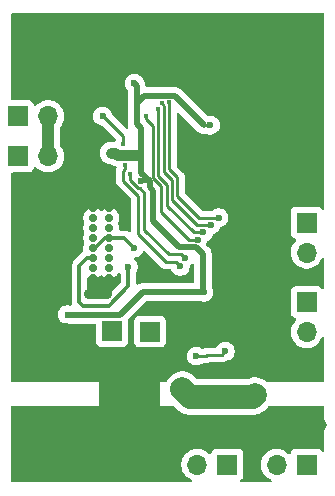
<source format=gbr>
%TF.GenerationSoftware,KiCad,Pcbnew,9.0.0*%
%TF.CreationDate,2025-09-05T21:38:02-05:00*%
%TF.ProjectId,RIOT_Receiver_ESP,52494f54-5f52-4656-9365-697665725f45,rev?*%
%TF.SameCoordinates,Original*%
%TF.FileFunction,Copper,L2,Bot*%
%TF.FilePolarity,Positive*%
%FSLAX46Y46*%
G04 Gerber Fmt 4.6, Leading zero omitted, Abs format (unit mm)*
G04 Created by KiCad (PCBNEW 9.0.0) date 2025-09-05 21:38:02*
%MOMM*%
%LPD*%
G01*
G04 APERTURE LIST*
%TA.AperFunction,ComponentPad*%
%ADD10R,1.700000X1.700000*%
%TD*%
%TA.AperFunction,ComponentPad*%
%ADD11O,1.700000X1.700000*%
%TD*%
%TA.AperFunction,ComponentPad*%
%ADD12C,0.700000*%
%TD*%
%TA.AperFunction,ComponentPad*%
%ADD13O,2.400000X0.900000*%
%TD*%
%TA.AperFunction,ComponentPad*%
%ADD14O,1.700000X0.900000*%
%TD*%
%TA.AperFunction,ViaPad*%
%ADD15C,0.600000*%
%TD*%
%TA.AperFunction,ViaPad*%
%ADD16C,1.000000*%
%TD*%
%TA.AperFunction,ViaPad*%
%ADD17C,0.400000*%
%TD*%
%TA.AperFunction,ViaPad*%
%ADD18C,2.000000*%
%TD*%
%TA.AperFunction,Conductor*%
%ADD19C,2.000000*%
%TD*%
%TA.AperFunction,Conductor*%
%ADD20C,0.230000*%
%TD*%
%TA.AperFunction,Conductor*%
%ADD21C,0.500000*%
%TD*%
%TA.AperFunction,Conductor*%
%ADD22C,0.900000*%
%TD*%
%TA.AperFunction,Conductor*%
%ADD23C,1.000000*%
%TD*%
%TA.AperFunction,Conductor*%
%ADD24C,0.300000*%
%TD*%
G04 APERTURE END LIST*
D10*
%TO.P,J7,1,Pin_1*%
%TO.N,VUSB*%
X163750000Y-105225000D03*
D11*
%TO.P,J7,2,Pin_2*%
%TO.N,GNDREF*%
X163750000Y-107765000D03*
%TD*%
D10*
%TO.P,J8,1,Pin_1*%
%TO.N,PWM3*%
X152560000Y-90400000D03*
D11*
%TO.P,J8,2,Pin_2*%
%TO.N,+3.3V*%
X155100000Y-90400000D03*
%TO.P,J8,3,Pin_3*%
%TO.N,GNDREF*%
X157640000Y-90400000D03*
%TD*%
D10*
%TO.P,J9,1,Pin_1*%
%TO.N,VUSB*%
X160500000Y-105200000D03*
D11*
%TO.P,J9,2,Pin_2*%
%TO.N,GNDREF*%
X160500000Y-107740000D03*
%TD*%
D12*
%TO.P,J5,A1,GND*%
%TO.N,GNDREF*%
X160275000Y-94775000D03*
%TO.P,J5,A4,VBUS*%
%TO.N,VUSB*%
X160275000Y-95625000D03*
%TO.P,J5,A5,CC1*%
%TO.N,Net-(J5-CC1)*%
X160275000Y-96475000D03*
%TO.P,J5,A6,D+*%
%TO.N,Net-(J5-D+-PadA6)*%
X160275000Y-97325000D03*
%TO.P,J5,A7,D-*%
%TO.N,Net-(J5-D--PadA7)*%
X160275000Y-98175000D03*
%TO.P,J5,A8,SBU1*%
%TO.N,unconnected-(J5-SBU1-PadA8)*%
X160275000Y-99025000D03*
%TO.P,J5,A9,VBUS*%
%TO.N,VUSB*%
X160275000Y-99875000D03*
%TO.P,J5,A12,GND*%
%TO.N,GNDREF*%
X160275000Y-100725000D03*
%TO.P,J5,B1,GND*%
X158925000Y-100725000D03*
%TO.P,J5,B4,VBUS*%
%TO.N,VUSB*%
X158925000Y-99875000D03*
%TO.P,J5,B5,CC2*%
%TO.N,Net-(J5-CC2)*%
X158925000Y-99025000D03*
%TO.P,J5,B6,D+*%
%TO.N,Net-(J5-D+-PadA6)*%
X158925000Y-98175000D03*
%TO.P,J5,B7,D-*%
%TO.N,Net-(J5-D--PadA7)*%
X158925000Y-97325000D03*
%TO.P,J5,B8,SBU2*%
%TO.N,unconnected-(J5-SBU2-PadB8)*%
X158925000Y-96475000D03*
%TO.P,J5,B9,VBUS*%
%TO.N,VUSB*%
X158925000Y-95625000D03*
%TO.P,J5,B12,GND*%
%TO.N,GNDREF*%
X158925000Y-94775000D03*
D13*
%TO.P,J5,S1,SHIELD*%
X159295000Y-93425000D03*
D14*
X155915000Y-93425000D03*
D13*
X159295000Y-102075000D03*
D14*
X155915000Y-102075000D03*
%TD*%
D10*
%TO.P,J1,1,Pin_1*%
%TO.N,Net-(J1-Pin_1)*%
X177000000Y-116500000D03*
D11*
%TO.P,J1,2,Pin_2*%
%TO.N,Net-(J1-Pin_2)*%
X174460000Y-116500000D03*
%TD*%
D10*
%TO.P,J6,1,Pin_1*%
%TO.N,PWM1*%
X177000000Y-96000000D03*
D11*
%TO.P,J6,2,Pin_2*%
%TO.N,PWM2*%
X177000000Y-98540000D03*
%TD*%
D10*
%TO.P,J10,1,Pin_1*%
%TO.N,PWM4*%
X152575000Y-87000000D03*
D11*
%TO.P,J10,2,Pin_2*%
%TO.N,+3.3V*%
X155115000Y-87000000D03*
%TO.P,J10,3,Pin_3*%
%TO.N,GNDREF*%
X157655000Y-87000000D03*
%TD*%
D10*
%TO.P,J4,1,Pin_1*%
%TO.N,PWM5*%
X177000000Y-102725000D03*
D11*
%TO.P,J4,2,Pin_2*%
%TO.N,PWM6*%
X177000000Y-105265000D03*
%TD*%
D10*
%TO.P,J2,1,Pin_1*%
%TO.N,Net-(J2-Pin_1)*%
X170275000Y-116500000D03*
D11*
%TO.P,J2,2,Pin_2*%
%TO.N,Net-(J2-Pin_2)*%
X167735000Y-116500000D03*
%TD*%
D15*
%TO.N,GNDREF*%
X160400000Y-112000000D03*
X174000000Y-94500000D03*
X160200000Y-116600000D03*
X154600000Y-113000000D03*
X169000000Y-81850000D03*
X171100000Y-97900000D03*
X174600000Y-103600000D03*
D16*
X172100000Y-115000000D03*
D15*
X172000000Y-94000000D03*
X171350000Y-86450000D03*
X162000000Y-114200000D03*
X166500000Y-103750000D03*
X176880000Y-88770000D03*
X177300000Y-108200000D03*
X160800000Y-114600000D03*
X171250000Y-85350000D03*
X160400000Y-113800000D03*
X155400000Y-115400000D03*
X175100145Y-84579897D03*
X152250000Y-105500000D03*
X153800000Y-112200000D03*
X178000000Y-85150000D03*
X177350000Y-84450000D03*
X173400000Y-91050000D03*
X160500000Y-93450000D03*
X163600000Y-100600000D03*
X177500000Y-93500000D03*
X153800000Y-114000000D03*
X166500000Y-89500000D03*
X155200000Y-112000000D03*
X177305682Y-85795193D03*
X155600000Y-105600000D03*
X167800000Y-79800000D03*
X165000000Y-117400000D03*
X152500000Y-103250000D03*
X163600000Y-117100000D03*
X172400000Y-108800000D03*
X154200000Y-115800000D03*
X177200000Y-109000000D03*
X161850000Y-116200000D03*
X157400000Y-115200000D03*
X160800000Y-115400000D03*
X171800000Y-99200000D03*
X162550000Y-117500000D03*
X173200000Y-84500000D03*
X164750000Y-103000000D03*
X163800000Y-114400000D03*
X157000000Y-113800000D03*
X171000000Y-100700000D03*
X174350000Y-83900000D03*
X171400000Y-103200000D03*
X173000000Y-101000000D03*
X170900000Y-108800000D03*
X176300000Y-108200000D03*
X157800000Y-113400000D03*
X155000000Y-113600000D03*
D16*
X171900000Y-113000000D03*
X178200000Y-113100000D03*
D15*
X170200000Y-108400000D03*
X170700000Y-78900000D03*
X174500000Y-100200000D03*
X156200000Y-114600000D03*
X173200000Y-99800000D03*
X162750000Y-116500000D03*
X176300000Y-109000000D03*
X178090000Y-107490000D03*
X176960000Y-89910000D03*
X178000000Y-92500000D03*
X155600000Y-104800000D03*
X177400000Y-87150000D03*
X169800000Y-87000000D03*
X156632500Y-104800000D03*
X164800000Y-115200000D03*
X164450000Y-116300000D03*
X171400000Y-84550000D03*
X178000000Y-90000000D03*
X164200000Y-113400000D03*
X174500000Y-101200000D03*
X176670000Y-93660000D03*
X166500000Y-90500000D03*
X170600000Y-79800000D03*
X158400000Y-114400000D03*
X165750000Y-103000000D03*
X173000000Y-104500000D03*
X172000000Y-93000000D03*
X173700000Y-104000000D03*
X154600000Y-114600000D03*
X161500000Y-94050000D03*
X178040860Y-86455353D03*
X176250000Y-84300000D03*
X168700000Y-83300000D03*
X178100000Y-109000000D03*
X173000000Y-95000000D03*
X176700000Y-91170000D03*
X172400000Y-103500000D03*
X172500000Y-83650000D03*
X170400000Y-86200000D03*
X174400000Y-85500000D03*
X156800000Y-115800000D03*
X174300000Y-104900000D03*
X157800000Y-112000000D03*
X156400000Y-112200000D03*
X154600000Y-105600000D03*
X175850000Y-85400000D03*
X170400000Y-99000000D03*
X161600000Y-117400000D03*
X178000000Y-91500000D03*
X154862500Y-104600000D03*
X164600000Y-100600000D03*
X156000000Y-113400000D03*
X176500000Y-87500000D03*
%TO.N,PWM6*%
X168888009Y-96215000D03*
D17*
X164778274Y-85902780D03*
%TO.N,PWM5*%
X165373424Y-85826624D03*
D15*
X169535000Y-95600000D03*
%TO.N,LED3*%
X159715129Y-86984871D03*
D17*
X161450000Y-89315000D03*
D15*
%TO.N,MOT2*%
X167758459Y-97453321D03*
D17*
X163432396Y-86952604D03*
D15*
%TO.N,+3.3V*%
X167650000Y-107300000D03*
X168850000Y-87750000D03*
X156750000Y-103800000D03*
X170100000Y-106900000D03*
X162400000Y-84200000D03*
X160417500Y-90100000D03*
X163000000Y-92500000D03*
X168300000Y-101900000D03*
%TO.N,MOT1*%
X168259932Y-96830000D03*
D17*
X164396049Y-86365281D03*
D15*
%TO.N,MOT4*%
X166657772Y-98984456D03*
D17*
X162000000Y-91871681D03*
%TO.N,MOT3*%
X161635820Y-91115000D03*
D15*
X166300000Y-99700000D03*
D18*
%TO.N,VUSB*%
X172600000Y-110600000D03*
X166477468Y-110107056D03*
D15*
%TO.N,Net-(J5-CC2)*%
X161902500Y-99750000D03*
%TO.N,Net-(J5-D+-PadA6)*%
X162375000Y-98125000D03*
%TD*%
D19*
%TO.N,GNDREF*%
X162200000Y-111800000D02*
X161800000Y-112200000D01*
X162200000Y-108600000D02*
X162200000Y-111800000D01*
X163600000Y-111600000D02*
X163000000Y-112200000D01*
X162200000Y-108600000D02*
X163600000Y-108600000D01*
X160600000Y-112200000D02*
X160400000Y-112000000D01*
X163000000Y-112200000D02*
X160600000Y-112200000D01*
X160400000Y-108600000D02*
X162200000Y-108600000D01*
X163600000Y-108600000D02*
X163600000Y-111600000D01*
X160400000Y-108600000D02*
X160400000Y-112000000D01*
D20*
%TO.N,PWM6*%
X164858424Y-86039944D02*
X164858424Y-85982930D01*
X167715000Y-96215000D02*
X165630000Y-94130000D01*
X164943424Y-91743424D02*
X164943424Y-86124944D01*
X165630000Y-92430000D02*
X164943424Y-91743424D01*
X164943424Y-86124944D02*
X164858424Y-86039944D01*
X164858424Y-85982930D02*
X164778274Y-85902780D01*
X165630000Y-94130000D02*
X165630000Y-92430000D01*
X168888009Y-96215000D02*
X167715000Y-96215000D01*
%TO.N,PWM5*%
X166060000Y-92160000D02*
X165373424Y-91473424D01*
X166060000Y-93760000D02*
X166060000Y-92160000D01*
X167900000Y-95600000D02*
X166060000Y-93760000D01*
X165373424Y-91473424D02*
X165373424Y-85826624D01*
X169535000Y-95600000D02*
X167900000Y-95600000D01*
%TO.N,LED3*%
X161450000Y-88650000D02*
X159784871Y-86984871D01*
X159784871Y-86984871D02*
X159715129Y-86984871D01*
X161450000Y-89315000D02*
X161450000Y-88650000D01*
%TO.N,MOT2*%
X167053321Y-97453321D02*
X167758459Y-97453321D01*
X164673194Y-92865082D02*
X164673194Y-95073194D01*
X164000000Y-92191888D02*
X164673194Y-92865082D01*
X163432396Y-87232396D02*
X164000000Y-87800000D01*
X164000000Y-87800000D02*
X164000000Y-92191888D01*
X164673194Y-95073194D02*
X167053321Y-97453321D01*
X163432396Y-86952604D02*
X163432396Y-87232396D01*
D21*
%TO.N,+3.3V*%
X162600000Y-85252500D02*
X162600000Y-84400000D01*
X162600000Y-87630000D02*
X162985000Y-88015000D01*
D20*
X163000000Y-92500000D02*
X163700000Y-92500000D01*
X168600000Y-107200000D02*
X168500000Y-107300000D01*
D21*
X166169321Y-98069321D02*
X164000000Y-95900000D01*
X162600000Y-85252500D02*
X162600000Y-87630000D01*
D20*
X168500000Y-107300000D02*
X167650000Y-107300000D01*
X169800000Y-107200000D02*
X168600000Y-107200000D01*
D22*
X160965000Y-90265000D02*
X160800000Y-90100000D01*
D21*
X162985000Y-88015000D02*
X162985000Y-90000000D01*
D22*
X160800000Y-90100000D02*
X160417500Y-90100000D01*
D21*
X164000000Y-93300000D02*
X163700000Y-93000000D01*
X162600000Y-84400000D02*
X162400000Y-84200000D01*
X168300000Y-87750000D02*
X165861624Y-85311624D01*
D22*
X160965000Y-90265000D02*
X162720000Y-90265000D01*
D23*
X155115000Y-87000000D02*
X155115000Y-90385000D01*
D20*
X168850000Y-87750000D02*
X168300000Y-87750000D01*
D21*
X168200000Y-101800000D02*
X168200000Y-98669321D01*
D23*
X155115000Y-90385000D02*
X155100000Y-90400000D01*
D20*
X170100000Y-106900000D02*
X169800000Y-107200000D01*
D21*
X163700000Y-93000000D02*
X163700000Y-92500000D01*
X163100000Y-101900000D02*
X168300000Y-101900000D01*
X163188376Y-85311624D02*
X162600000Y-85900000D01*
X162985000Y-91785000D02*
X163700000Y-92500000D01*
X167600000Y-98069321D02*
X166169321Y-98069321D01*
X168200000Y-98669321D02*
X167600000Y-98069321D01*
D20*
X168300000Y-101900000D02*
X168200000Y-101800000D01*
D21*
X156750000Y-103800000D02*
X161200000Y-103800000D01*
X162720000Y-90265000D02*
X162985000Y-90000000D01*
X162985000Y-90000000D02*
X162985000Y-91785000D01*
X161200000Y-103800000D02*
X163100000Y-101900000D01*
X164000000Y-95900000D02*
X164000000Y-93300000D01*
X165861624Y-85311624D02*
X163188376Y-85311624D01*
D20*
%TO.N,MOT1*%
X167430000Y-96830000D02*
X165200000Y-94600000D01*
X164450000Y-86419232D02*
X164396049Y-86365281D01*
X165200000Y-94600000D02*
X165200000Y-92783776D01*
X165200000Y-92783776D02*
X164450000Y-92033776D01*
X164450000Y-92033776D02*
X164450000Y-86419232D01*
X168259932Y-96830000D02*
X167430000Y-96830000D01*
%TO.N,MOT4*%
X162745258Y-93115000D02*
X162865000Y-93115000D01*
X163250000Y-93500000D02*
X163250000Y-96619743D01*
X163250000Y-96619743D02*
X165314578Y-98684321D01*
X162000000Y-92369742D02*
X162745258Y-93115000D01*
X162000000Y-91871681D02*
X162000000Y-92369742D01*
X165314578Y-98684321D02*
X166357637Y-98684321D01*
X166357637Y-98684321D02*
X166657772Y-98984456D01*
X162865000Y-93115000D02*
X163250000Y-93500000D01*
%TO.N,MOT3*%
X161635820Y-91115000D02*
X161635820Y-91450860D01*
X162750000Y-96989484D02*
X165059837Y-99299321D01*
X161635820Y-91450860D02*
X161485000Y-91601680D01*
X161485000Y-91601680D02*
X161485000Y-92462854D01*
X165059837Y-99299321D02*
X165899321Y-99299321D01*
X161485000Y-92462854D02*
X162750000Y-93727854D01*
X165899321Y-99299321D02*
X166300000Y-99700000D01*
X162750000Y-93727854D02*
X162750000Y-96989484D01*
D19*
%TO.N,VUSB*%
X167154936Y-110784524D02*
X172415476Y-110784524D01*
X166477468Y-110107056D02*
X167154936Y-110784524D01*
D23*
X172415476Y-110784524D02*
X172600000Y-110600000D01*
D24*
%TO.N,Net-(J5-CC2)*%
X157750000Y-99705026D02*
X157750000Y-100250000D01*
X157744000Y-100256000D02*
X157744000Y-102744000D01*
X157750000Y-100250000D02*
X157744000Y-100256000D01*
X157744000Y-102744000D02*
X158025000Y-103025000D01*
X161902500Y-101350285D02*
X161902500Y-99750000D01*
X158925000Y-99025000D02*
X158430026Y-99025000D01*
X160227785Y-103025000D02*
X161902500Y-101350285D01*
X158025000Y-103025000D02*
X160227785Y-103025000D01*
X158430026Y-99025000D02*
X157750000Y-99705026D01*
%TO.N,Net-(J5-D+-PadA6)*%
X160275000Y-97325000D02*
X159925000Y-97325000D01*
X159925000Y-97325000D02*
X159075000Y-98175000D01*
X161575000Y-97325000D02*
X162375000Y-98125000D01*
X160275000Y-97325000D02*
X161575000Y-97325000D01*
X159075000Y-98175000D02*
X158925000Y-98175000D01*
X162375000Y-98125000D02*
X162500000Y-98250000D01*
%TD*%
%TA.AperFunction,Conductor*%
%TO.N,GNDREF*%
G36*
X161210862Y-100260199D02*
G01*
X161247582Y-100319642D01*
X161252000Y-100352448D01*
X161252000Y-101029477D01*
X161232315Y-101096516D01*
X161215681Y-101117158D01*
X159994658Y-102338181D01*
X159933335Y-102371666D01*
X159906977Y-102374500D01*
X158518500Y-102374500D01*
X158451461Y-102354815D01*
X158405706Y-102302011D01*
X158394500Y-102250500D01*
X158394500Y-100761413D01*
X158414185Y-100694374D01*
X158466989Y-100648619D01*
X158536147Y-100638675D01*
X158565950Y-100646851D01*
X158676918Y-100692816D01*
X158841228Y-100725499D01*
X158841232Y-100725500D01*
X158841233Y-100725500D01*
X159008768Y-100725500D01*
X159008769Y-100725499D01*
X159173082Y-100692816D01*
X159327863Y-100628703D01*
X159467162Y-100535626D01*
X159512318Y-100490470D01*
X159573641Y-100456984D01*
X159643332Y-100461968D01*
X159687682Y-100490470D01*
X159732834Y-100535623D01*
X159732837Y-100535626D01*
X159825494Y-100597537D01*
X159872137Y-100628703D01*
X160026918Y-100692816D01*
X160191228Y-100725499D01*
X160191232Y-100725500D01*
X160191233Y-100725500D01*
X160358768Y-100725500D01*
X160358769Y-100725499D01*
X160523082Y-100692816D01*
X160677863Y-100628703D01*
X160817162Y-100535626D01*
X160935626Y-100417162D01*
X161024898Y-100283556D01*
X161078510Y-100238752D01*
X161147835Y-100230045D01*
X161210862Y-100260199D01*
G37*
%TD.AperFunction*%
%TA.AperFunction,Conductor*%
G36*
X163292158Y-98407538D02*
G01*
X163316566Y-98426499D01*
X164660287Y-99770221D01*
X164660289Y-99770222D01*
X164667478Y-99777411D01*
X164768289Y-99844771D01*
X164833905Y-99871949D01*
X164880302Y-99891168D01*
X164892607Y-99893615D01*
X164939705Y-99902984D01*
X164939732Y-99902988D01*
X164939759Y-99902994D01*
X164999215Y-99914821D01*
X164999216Y-99914821D01*
X165439673Y-99914821D01*
X165506712Y-99934506D01*
X165552467Y-99987310D01*
X165554234Y-99991369D01*
X165590602Y-100079172D01*
X165590609Y-100079185D01*
X165678210Y-100210288D01*
X165678213Y-100210292D01*
X165789707Y-100321786D01*
X165789711Y-100321789D01*
X165920814Y-100409390D01*
X165920827Y-100409397D01*
X166035714Y-100456984D01*
X166066503Y-100469737D01*
X166221153Y-100500499D01*
X166221156Y-100500500D01*
X166221158Y-100500500D01*
X166378844Y-100500500D01*
X166378845Y-100500499D01*
X166533497Y-100469737D01*
X166679179Y-100409394D01*
X166810289Y-100321789D01*
X166921789Y-100210289D01*
X167009394Y-100079179D01*
X167069737Y-99933497D01*
X167100500Y-99778842D01*
X167100500Y-99717666D01*
X167120185Y-99650627D01*
X167140264Y-99626670D01*
X167147454Y-99620013D01*
X167168061Y-99606245D01*
X167239500Y-99534805D01*
X167241264Y-99533173D01*
X167270498Y-99518643D01*
X167299142Y-99503003D01*
X167301613Y-99503179D01*
X167303832Y-99502077D01*
X167336271Y-99505658D01*
X167368834Y-99507987D01*
X167370817Y-99509472D01*
X167373280Y-99509744D01*
X167398641Y-99530300D01*
X167424767Y-99549859D01*
X167425632Y-99552179D01*
X167427558Y-99553740D01*
X167437779Y-99584746D01*
X167449184Y-99615323D01*
X167449345Y-99619830D01*
X167449433Y-99620097D01*
X167449364Y-99620363D01*
X167449500Y-99624169D01*
X167449500Y-101025500D01*
X167429815Y-101092539D01*
X167377011Y-101138294D01*
X167325500Y-101149500D01*
X163026080Y-101149500D01*
X162881092Y-101178340D01*
X162881082Y-101178343D01*
X162744506Y-101234914D01*
X162739135Y-101237786D01*
X162738367Y-101236349D01*
X162679192Y-101254868D01*
X162611815Y-101236371D01*
X162565134Y-101184385D01*
X162553000Y-101130887D01*
X162553000Y-100254935D01*
X162572685Y-100187896D01*
X162573866Y-100186090D01*
X162611894Y-100129179D01*
X162614420Y-100123082D01*
X162632602Y-100079185D01*
X162672237Y-99983497D01*
X162703000Y-99828842D01*
X162703000Y-99671158D01*
X162703000Y-99671155D01*
X162702999Y-99671153D01*
X162674981Y-99530300D01*
X162672237Y-99516503D01*
X162644691Y-99450000D01*
X162611897Y-99370827D01*
X162611890Y-99370814D01*
X162524289Y-99239711D01*
X162524286Y-99239707D01*
X162414562Y-99129983D01*
X162410251Y-99122089D01*
X162403047Y-99116707D01*
X162393767Y-99091901D01*
X162381077Y-99068660D01*
X162381718Y-99059690D01*
X162378567Y-99051266D01*
X162384172Y-99025381D01*
X162386061Y-98998968D01*
X162391450Y-98991768D01*
X162393354Y-98982979D01*
X162412062Y-98964234D01*
X162427933Y-98943035D01*
X162437662Y-98938585D01*
X162442712Y-98933527D01*
X162472002Y-98922883D01*
X162475769Y-98921161D01*
X162476919Y-98920909D01*
X162608497Y-98894737D01*
X162621689Y-98889271D01*
X162632473Y-98886915D01*
X162633052Y-98886955D01*
X162634756Y-98886439D01*
X162663968Y-98880627D01*
X162689744Y-98875501D01*
X162808127Y-98826465D01*
X162914670Y-98755277D01*
X163005277Y-98664670D01*
X163076465Y-98558127D01*
X163114324Y-98466728D01*
X163158165Y-98412324D01*
X163224459Y-98390259D01*
X163292158Y-98407538D01*
G37*
%TD.AperFunction*%
%TA.AperFunction,Conductor*%
G36*
X178442539Y-78280185D02*
G01*
X178488294Y-78332989D01*
X178499500Y-78384500D01*
X178499500Y-94809897D01*
X178479815Y-94876936D01*
X178427011Y-94922691D01*
X178357853Y-94932635D01*
X178294297Y-94903610D01*
X178276234Y-94884208D01*
X178207547Y-94792455D01*
X178207544Y-94792452D01*
X178092335Y-94706206D01*
X178092328Y-94706202D01*
X177957482Y-94655908D01*
X177957483Y-94655908D01*
X177897883Y-94649501D01*
X177897881Y-94649500D01*
X177897873Y-94649500D01*
X177897864Y-94649500D01*
X176102129Y-94649500D01*
X176102123Y-94649501D01*
X176042516Y-94655908D01*
X175907671Y-94706202D01*
X175907664Y-94706206D01*
X175792455Y-94792452D01*
X175792452Y-94792455D01*
X175706206Y-94907664D01*
X175706202Y-94907671D01*
X175655908Y-95042517D01*
X175649501Y-95102116D01*
X175649500Y-95102135D01*
X175649500Y-96897870D01*
X175649501Y-96897876D01*
X175655908Y-96957483D01*
X175706202Y-97092328D01*
X175706206Y-97092335D01*
X175792452Y-97207544D01*
X175792455Y-97207547D01*
X175907664Y-97293793D01*
X175907671Y-97293797D01*
X176039082Y-97342810D01*
X176095016Y-97384681D01*
X176119433Y-97450145D01*
X176104582Y-97518418D01*
X176083431Y-97546673D01*
X175969889Y-97660215D01*
X175844951Y-97832179D01*
X175748444Y-98021585D01*
X175682753Y-98223760D01*
X175649500Y-98433713D01*
X175649500Y-98646286D01*
X175678037Y-98826465D01*
X175682754Y-98856243D01*
X175742658Y-99040609D01*
X175748444Y-99058414D01*
X175844951Y-99247820D01*
X175969890Y-99419786D01*
X176120213Y-99570109D01*
X176292179Y-99695048D01*
X176292181Y-99695049D01*
X176292184Y-99695051D01*
X176481588Y-99791557D01*
X176683757Y-99857246D01*
X176893713Y-99890500D01*
X176893714Y-99890500D01*
X177106286Y-99890500D01*
X177106287Y-99890500D01*
X177316243Y-99857246D01*
X177518412Y-99791557D01*
X177707816Y-99695051D01*
X177801935Y-99626670D01*
X177879786Y-99570109D01*
X177879788Y-99570106D01*
X177879792Y-99570104D01*
X178030104Y-99419792D01*
X178030106Y-99419788D01*
X178030109Y-99419786D01*
X178155048Y-99247820D01*
X178155047Y-99247820D01*
X178155051Y-99247816D01*
X178251557Y-99058412D01*
X178257569Y-99039907D01*
X178297006Y-98982232D01*
X178361365Y-98955034D01*
X178430211Y-98966949D01*
X178481687Y-99014193D01*
X178499500Y-99078226D01*
X178499500Y-101534897D01*
X178479815Y-101601936D01*
X178427011Y-101647691D01*
X178357853Y-101657635D01*
X178294297Y-101628610D01*
X178276234Y-101609208D01*
X178207547Y-101517455D01*
X178207544Y-101517452D01*
X178092335Y-101431206D01*
X178092328Y-101431202D01*
X177957482Y-101380908D01*
X177957483Y-101380908D01*
X177897883Y-101374501D01*
X177897881Y-101374500D01*
X177897873Y-101374500D01*
X177897864Y-101374500D01*
X176102129Y-101374500D01*
X176102123Y-101374501D01*
X176042516Y-101380908D01*
X175907671Y-101431202D01*
X175907664Y-101431206D01*
X175792455Y-101517452D01*
X175792452Y-101517455D01*
X175706206Y-101632664D01*
X175706202Y-101632671D01*
X175655908Y-101767517D01*
X175649501Y-101827116D01*
X175649500Y-101827132D01*
X175649500Y-103622870D01*
X175649501Y-103622876D01*
X175655908Y-103682483D01*
X175706202Y-103817328D01*
X175706206Y-103817335D01*
X175792452Y-103932544D01*
X175792455Y-103932547D01*
X175907664Y-104018793D01*
X175907671Y-104018797D01*
X176039082Y-104067810D01*
X176095016Y-104109681D01*
X176119433Y-104175145D01*
X176104582Y-104243418D01*
X176083431Y-104271673D01*
X175969889Y-104385215D01*
X175844951Y-104557179D01*
X175748444Y-104746585D01*
X175682753Y-104948760D01*
X175649500Y-105158713D01*
X175649500Y-105371287D01*
X175682754Y-105581243D01*
X175734075Y-105739193D01*
X175748444Y-105783414D01*
X175844951Y-105972820D01*
X175969890Y-106144786D01*
X176120213Y-106295109D01*
X176292179Y-106420048D01*
X176292181Y-106420049D01*
X176292184Y-106420051D01*
X176481588Y-106516557D01*
X176683757Y-106582246D01*
X176893713Y-106615500D01*
X176893714Y-106615500D01*
X177106286Y-106615500D01*
X177106287Y-106615500D01*
X177316243Y-106582246D01*
X177518412Y-106516557D01*
X177707816Y-106420051D01*
X177749581Y-106389707D01*
X177879786Y-106295109D01*
X177879788Y-106295106D01*
X177879792Y-106295104D01*
X178030104Y-106144792D01*
X178030106Y-106144788D01*
X178030109Y-106144786D01*
X178155048Y-105972820D01*
X178155047Y-105972820D01*
X178155051Y-105972816D01*
X178251557Y-105783412D01*
X178257569Y-105764907D01*
X178297006Y-105707232D01*
X178361365Y-105680034D01*
X178430211Y-105691949D01*
X178481687Y-105739193D01*
X178499500Y-105803226D01*
X178499500Y-109395535D01*
X178479815Y-109462574D01*
X178427011Y-109508329D01*
X178375364Y-109519535D01*
X173687656Y-109514403D01*
X173620638Y-109494645D01*
X173600111Y-109478084D01*
X173577512Y-109455485D01*
X173577510Y-109455483D01*
X173386433Y-109316657D01*
X173175996Y-109209433D01*
X172951368Y-109136446D01*
X172718097Y-109099500D01*
X172718092Y-109099500D01*
X172481908Y-109099500D01*
X172481903Y-109099500D01*
X172248631Y-109136446D01*
X172024003Y-109209433D01*
X171904138Y-109270509D01*
X171847843Y-109284024D01*
X167827825Y-109284024D01*
X167760786Y-109264339D01*
X167740144Y-109247705D01*
X167454979Y-108962540D01*
X167263902Y-108823713D01*
X167053464Y-108716489D01*
X166828836Y-108643502D01*
X166595565Y-108606556D01*
X166595560Y-108606556D01*
X166359376Y-108606556D01*
X166359371Y-108606556D01*
X166126099Y-108643502D01*
X165901471Y-108716489D01*
X165691033Y-108823713D01*
X165499956Y-108962540D01*
X165332952Y-109129544D01*
X165194123Y-109320624D01*
X165134716Y-109437215D01*
X165086741Y-109488010D01*
X165024096Y-109504919D01*
X152094364Y-109490766D01*
X152027346Y-109471008D01*
X151981649Y-109418154D01*
X151970500Y-109366766D01*
X151970500Y-107221153D01*
X166849500Y-107221153D01*
X166849500Y-107378846D01*
X166880261Y-107533489D01*
X166880264Y-107533501D01*
X166940602Y-107679172D01*
X166940609Y-107679185D01*
X167028210Y-107810288D01*
X167028213Y-107810292D01*
X167139707Y-107921786D01*
X167139711Y-107921789D01*
X167270814Y-108009390D01*
X167270827Y-108009397D01*
X167416498Y-108069735D01*
X167416503Y-108069737D01*
X167571153Y-108100499D01*
X167571156Y-108100500D01*
X167571158Y-108100500D01*
X167728844Y-108100500D01*
X167728845Y-108100499D01*
X167883497Y-108069737D01*
X168029179Y-108009394D01*
X168029185Y-108009390D01*
X168138426Y-107936398D01*
X168205104Y-107915520D01*
X168207317Y-107915500D01*
X168560622Y-107915500D01*
X168620078Y-107903673D01*
X168679535Y-107891847D01*
X168791549Y-107845449D01*
X168817090Y-107828382D01*
X168830604Y-107823336D01*
X168851642Y-107821822D01*
X168871770Y-107815520D01*
X168873986Y-107815500D01*
X169860622Y-107815500D01*
X169920078Y-107803673D01*
X169920079Y-107803673D01*
X169935044Y-107800696D01*
X169979535Y-107791847D01*
X170091549Y-107745449D01*
X170129825Y-107719873D01*
X170174524Y-107701359D01*
X170178842Y-107700500D01*
X170333497Y-107669737D01*
X170479179Y-107609394D01*
X170610289Y-107521789D01*
X170721789Y-107410289D01*
X170809394Y-107279179D01*
X170869737Y-107133497D01*
X170900500Y-106978842D01*
X170900500Y-106821158D01*
X170900500Y-106821155D01*
X170900499Y-106821153D01*
X170873203Y-106683929D01*
X170869737Y-106666503D01*
X170832043Y-106575500D01*
X170809397Y-106520827D01*
X170809390Y-106520814D01*
X170721789Y-106389711D01*
X170721786Y-106389707D01*
X170610292Y-106278213D01*
X170610288Y-106278210D01*
X170479185Y-106190609D01*
X170479172Y-106190602D01*
X170333501Y-106130264D01*
X170333489Y-106130261D01*
X170178845Y-106099500D01*
X170178842Y-106099500D01*
X170021158Y-106099500D01*
X170021155Y-106099500D01*
X169866510Y-106130261D01*
X169866498Y-106130264D01*
X169720827Y-106190602D01*
X169720814Y-106190609D01*
X169589711Y-106278210D01*
X169589707Y-106278213D01*
X169478213Y-106389707D01*
X169478210Y-106389711D01*
X169387221Y-106525886D01*
X169385753Y-106524905D01*
X169342653Y-106568791D01*
X169282246Y-106584500D01*
X168539374Y-106584500D01*
X168420472Y-106608151D01*
X168420464Y-106608153D01*
X168308452Y-106654550D01*
X168308450Y-106654551D01*
X168294903Y-106663603D01*
X168276858Y-106669252D01*
X168260949Y-106679477D01*
X168229984Y-106683929D01*
X168228225Y-106684480D01*
X168226014Y-106684500D01*
X168207317Y-106684500D01*
X168140278Y-106664815D01*
X168138426Y-106663602D01*
X168029185Y-106590609D01*
X168029172Y-106590602D01*
X167883501Y-106530264D01*
X167883489Y-106530261D01*
X167728845Y-106499500D01*
X167728842Y-106499500D01*
X167571158Y-106499500D01*
X167571155Y-106499500D01*
X167416510Y-106530261D01*
X167416498Y-106530264D01*
X167270827Y-106590602D01*
X167270814Y-106590609D01*
X167139711Y-106678210D01*
X167139707Y-106678213D01*
X167028213Y-106789707D01*
X167028210Y-106789711D01*
X166940609Y-106920814D01*
X166940602Y-106920827D01*
X166880264Y-107066498D01*
X166880261Y-107066510D01*
X166849500Y-107221153D01*
X151970500Y-107221153D01*
X151970500Y-103721153D01*
X155949500Y-103721153D01*
X155949500Y-103878846D01*
X155980261Y-104033489D01*
X155980264Y-104033501D01*
X156040602Y-104179172D01*
X156040609Y-104179185D01*
X156128210Y-104310288D01*
X156128213Y-104310292D01*
X156239707Y-104421786D01*
X156239711Y-104421789D01*
X156370814Y-104509390D01*
X156370827Y-104509397D01*
X156470060Y-104550500D01*
X156516503Y-104569737D01*
X156671153Y-104600499D01*
X156671156Y-104600500D01*
X156671158Y-104600500D01*
X156828844Y-104600500D01*
X156828845Y-104600499D01*
X156905152Y-104585320D01*
X156983488Y-104569739D01*
X156983489Y-104569738D01*
X156983497Y-104569737D01*
X157007155Y-104559937D01*
X157054604Y-104550500D01*
X159025500Y-104550500D01*
X159092539Y-104570185D01*
X159138294Y-104622989D01*
X159149500Y-104674500D01*
X159149500Y-106097870D01*
X159149501Y-106097876D01*
X159155908Y-106157483D01*
X159206202Y-106292328D01*
X159206206Y-106292335D01*
X159292452Y-106407544D01*
X159292455Y-106407547D01*
X159407664Y-106493793D01*
X159407671Y-106493797D01*
X159542517Y-106544091D01*
X159542516Y-106544091D01*
X159549444Y-106544835D01*
X159602127Y-106550500D01*
X161397872Y-106550499D01*
X161457483Y-106544091D01*
X161592331Y-106493796D01*
X161707546Y-106407546D01*
X161793796Y-106292331D01*
X161844091Y-106157483D01*
X161850500Y-106097873D01*
X161850499Y-104327135D01*
X162399500Y-104327135D01*
X162399500Y-106122870D01*
X162399501Y-106122876D01*
X162405908Y-106182483D01*
X162456202Y-106317328D01*
X162456206Y-106317335D01*
X162542452Y-106432544D01*
X162542455Y-106432547D01*
X162657664Y-106518793D01*
X162657671Y-106518797D01*
X162792517Y-106569091D01*
X162792516Y-106569091D01*
X162799444Y-106569835D01*
X162852127Y-106575500D01*
X164647872Y-106575499D01*
X164707483Y-106569091D01*
X164842331Y-106518796D01*
X164957546Y-106432546D01*
X165043796Y-106317331D01*
X165094091Y-106182483D01*
X165100500Y-106122873D01*
X165100499Y-104327128D01*
X165094091Y-104267517D01*
X165081924Y-104234896D01*
X165043797Y-104132671D01*
X165043793Y-104132664D01*
X164957547Y-104017455D01*
X164957544Y-104017452D01*
X164842335Y-103931206D01*
X164842328Y-103931202D01*
X164707482Y-103880908D01*
X164707483Y-103880908D01*
X164647883Y-103874501D01*
X164647881Y-103874500D01*
X164647873Y-103874500D01*
X164647864Y-103874500D01*
X162852129Y-103874500D01*
X162852123Y-103874501D01*
X162792516Y-103880908D01*
X162657671Y-103931202D01*
X162657664Y-103931206D01*
X162542455Y-104017452D01*
X162542452Y-104017455D01*
X162456206Y-104132664D01*
X162456202Y-104132671D01*
X162405908Y-104267517D01*
X162401310Y-104310288D01*
X162399501Y-104327123D01*
X162399500Y-104327135D01*
X161850499Y-104327135D01*
X161850499Y-104302128D01*
X161847636Y-104275502D01*
X161847460Y-104272306D01*
X161854732Y-104241295D01*
X161860386Y-104209954D01*
X161862899Y-104206468D01*
X161863412Y-104204282D01*
X161866938Y-104200867D01*
X161883587Y-104177779D01*
X163374549Y-102686819D01*
X163435872Y-102653334D01*
X163462230Y-102650500D01*
X167995396Y-102650500D01*
X168042844Y-102659937D01*
X168066503Y-102669737D01*
X168066508Y-102669738D01*
X168066511Y-102669739D01*
X168221153Y-102700499D01*
X168221156Y-102700500D01*
X168221158Y-102700500D01*
X168378844Y-102700500D01*
X168378845Y-102700499D01*
X168533497Y-102669737D01*
X168679179Y-102609394D01*
X168810289Y-102521789D01*
X168921789Y-102410289D01*
X169009394Y-102279179D01*
X169069737Y-102133497D01*
X169100500Y-101978842D01*
X169100500Y-101821158D01*
X169100500Y-101821155D01*
X169100499Y-101821153D01*
X169069738Y-101666510D01*
X169069737Y-101666503D01*
X169061945Y-101647691D01*
X169009397Y-101520828D01*
X169009396Y-101520827D01*
X169009394Y-101520821D01*
X168971396Y-101463953D01*
X168950520Y-101397276D01*
X168950500Y-101395064D01*
X168950500Y-98595400D01*
X168921659Y-98450413D01*
X168921658Y-98450412D01*
X168921658Y-98450408D01*
X168889580Y-98372964D01*
X168865087Y-98313832D01*
X168865080Y-98313819D01*
X168782952Y-98190906D01*
X168782951Y-98190905D01*
X168678416Y-98086370D01*
X168513755Y-97921709D01*
X168480270Y-97860386D01*
X168485254Y-97790694D01*
X168486875Y-97786576D01*
X168492856Y-97772137D01*
X168528196Y-97686818D01*
X168537263Y-97641229D01*
X168569646Y-97579321D01*
X168611427Y-97550860D01*
X168639111Y-97539394D01*
X168770221Y-97451789D01*
X168881721Y-97340289D01*
X168969326Y-97209179D01*
X169029669Y-97063497D01*
X169029670Y-97063489D01*
X169031610Y-97058807D01*
X169075451Y-97004403D01*
X169115892Y-96987230D01*
X169115673Y-96986506D01*
X169121495Y-96984739D01*
X169121506Y-96984737D01*
X169267188Y-96924394D01*
X169398298Y-96836789D01*
X169509798Y-96725289D01*
X169597403Y-96594179D01*
X169657746Y-96448497D01*
X169657747Y-96448487D01*
X169657988Y-96447908D01*
X169701829Y-96393504D01*
X169748359Y-96373742D01*
X169768497Y-96369737D01*
X169914179Y-96309394D01*
X170045289Y-96221789D01*
X170156789Y-96110289D01*
X170244394Y-95979179D01*
X170304737Y-95833497D01*
X170335500Y-95678842D01*
X170335500Y-95521158D01*
X170335500Y-95521155D01*
X170335499Y-95521153D01*
X170306810Y-95376925D01*
X170304737Y-95366503D01*
X170244940Y-95222139D01*
X170244397Y-95220827D01*
X170244390Y-95220814D01*
X170156789Y-95089711D01*
X170156786Y-95089707D01*
X170045292Y-94978213D01*
X170045288Y-94978210D01*
X169914185Y-94890609D01*
X169914172Y-94890602D01*
X169768501Y-94830264D01*
X169768489Y-94830261D01*
X169613845Y-94799500D01*
X169613842Y-94799500D01*
X169456158Y-94799500D01*
X169456155Y-94799500D01*
X169301510Y-94830261D01*
X169301498Y-94830264D01*
X169155827Y-94890602D01*
X169155814Y-94890609D01*
X169046574Y-94963602D01*
X168979896Y-94984480D01*
X168977683Y-94984500D01*
X168206311Y-94984500D01*
X168139272Y-94964815D01*
X168118630Y-94948181D01*
X166711819Y-93541370D01*
X166678334Y-93480047D01*
X166675500Y-93453689D01*
X166675500Y-92099381D01*
X166673419Y-92088919D01*
X166673419Y-92088918D01*
X166656511Y-92003912D01*
X166651847Y-91980465D01*
X166605449Y-91868451D01*
X166605448Y-91868448D01*
X166588589Y-91843217D01*
X166538093Y-91767645D01*
X166538087Y-91767637D01*
X166025243Y-91254793D01*
X165991758Y-91193470D01*
X165988924Y-91167112D01*
X165988924Y-86799653D01*
X166008609Y-86732614D01*
X166061413Y-86686859D01*
X166130571Y-86676915D01*
X166194127Y-86705940D01*
X166200605Y-86711972D01*
X167821580Y-88332948D01*
X167821584Y-88332951D01*
X167944498Y-88415080D01*
X167944511Y-88415087D01*
X168051469Y-88459390D01*
X168081087Y-88471658D01*
X168081091Y-88471658D01*
X168081092Y-88471659D01*
X168226079Y-88500500D01*
X168226082Y-88500500D01*
X168373919Y-88500500D01*
X168469531Y-88481480D01*
X168539123Y-88487706D01*
X168541176Y-88488536D01*
X168616498Y-88519735D01*
X168616503Y-88519737D01*
X168771153Y-88550499D01*
X168771156Y-88550500D01*
X168771158Y-88550500D01*
X168928844Y-88550500D01*
X168928845Y-88550499D01*
X169083497Y-88519737D01*
X169229179Y-88459394D01*
X169360289Y-88371789D01*
X169471789Y-88260289D01*
X169559394Y-88129179D01*
X169619737Y-87983497D01*
X169650500Y-87828842D01*
X169650500Y-87671158D01*
X169650500Y-87671155D01*
X169650499Y-87671153D01*
X169620117Y-87518414D01*
X169619737Y-87516503D01*
X169610896Y-87495159D01*
X169559397Y-87370827D01*
X169559390Y-87370814D01*
X169471789Y-87239711D01*
X169471786Y-87239707D01*
X169360292Y-87128213D01*
X169360288Y-87128210D01*
X169229185Y-87040609D01*
X169229172Y-87040602D01*
X169083501Y-86980264D01*
X169083489Y-86980261D01*
X168928845Y-86949500D01*
X168928842Y-86949500D01*
X168771158Y-86949500D01*
X168738668Y-86955962D01*
X168660761Y-86971459D01*
X168591169Y-86965231D01*
X168548889Y-86937522D01*
X166340045Y-84728676D01*
X166340044Y-84728675D01*
X166312531Y-84710292D01*
X166251554Y-84669549D01*
X166217119Y-84646540D01*
X166217117Y-84646539D01*
X166217114Y-84646537D01*
X166080541Y-84589967D01*
X166080531Y-84589964D01*
X165935544Y-84561124D01*
X165935542Y-84561124D01*
X163474500Y-84561124D01*
X163469696Y-84559713D01*
X163464797Y-84560744D01*
X163436499Y-84549965D01*
X163407461Y-84541439D01*
X163404183Y-84537656D01*
X163399503Y-84535874D01*
X163381524Y-84511507D01*
X163361706Y-84488635D01*
X163360183Y-84482581D01*
X163358021Y-84479651D01*
X163354646Y-84460571D01*
X163350758Y-84445112D01*
X163350500Y-84441115D01*
X163350500Y-84326082D01*
X163341103Y-84278842D01*
X163321659Y-84181088D01*
X163265084Y-84044506D01*
X163265084Y-84044505D01*
X163212965Y-83966503D01*
X163200063Y-83947194D01*
X163182954Y-83921586D01*
X163146071Y-83884703D01*
X163119191Y-83844475D01*
X163109394Y-83820821D01*
X163109389Y-83820814D01*
X163021789Y-83689710D01*
X162910292Y-83578213D01*
X162910288Y-83578210D01*
X162779185Y-83490609D01*
X162779172Y-83490602D01*
X162633501Y-83430264D01*
X162633489Y-83430261D01*
X162478845Y-83399500D01*
X162478842Y-83399500D01*
X162321158Y-83399500D01*
X162321155Y-83399500D01*
X162166510Y-83430261D01*
X162166498Y-83430264D01*
X162020827Y-83490602D01*
X162020814Y-83490609D01*
X161889711Y-83578210D01*
X161889707Y-83578213D01*
X161778213Y-83689707D01*
X161778210Y-83689711D01*
X161690609Y-83820814D01*
X161690602Y-83820827D01*
X161630264Y-83966498D01*
X161630261Y-83966510D01*
X161599500Y-84121153D01*
X161599500Y-84278843D01*
X161630261Y-84433489D01*
X161630264Y-84433501D01*
X161690602Y-84579172D01*
X161690609Y-84579185D01*
X161778210Y-84710288D01*
X161778213Y-84710292D01*
X161813180Y-84745258D01*
X161846666Y-84806580D01*
X161849500Y-84832940D01*
X161849500Y-85178582D01*
X161849500Y-87703918D01*
X161849500Y-87703920D01*
X161849499Y-87703920D01*
X161878340Y-87848907D01*
X161878342Y-87848912D01*
X161893618Y-87885793D01*
X161901086Y-87955262D01*
X161869810Y-88017741D01*
X161809721Y-88053393D01*
X161739896Y-88050898D01*
X161691375Y-88020925D01*
X160527117Y-86856668D01*
X160493632Y-86795345D01*
X160493197Y-86793261D01*
X160484866Y-86751374D01*
X160454024Y-86676915D01*
X160424526Y-86605698D01*
X160424519Y-86605685D01*
X160336918Y-86474582D01*
X160336915Y-86474578D01*
X160225421Y-86363084D01*
X160225417Y-86363081D01*
X160094314Y-86275480D01*
X160094301Y-86275473D01*
X159948630Y-86215135D01*
X159948618Y-86215132D01*
X159793974Y-86184371D01*
X159793971Y-86184371D01*
X159636287Y-86184371D01*
X159636284Y-86184371D01*
X159481639Y-86215132D01*
X159481627Y-86215135D01*
X159335956Y-86275473D01*
X159335943Y-86275480D01*
X159204840Y-86363081D01*
X159204836Y-86363084D01*
X159093342Y-86474578D01*
X159093339Y-86474582D01*
X159005738Y-86605685D01*
X159005731Y-86605698D01*
X158945393Y-86751369D01*
X158945390Y-86751381D01*
X158914629Y-86906024D01*
X158914629Y-87063717D01*
X158945390Y-87218360D01*
X158945393Y-87218372D01*
X159005731Y-87364043D01*
X159005738Y-87364056D01*
X159093339Y-87495159D01*
X159093342Y-87495163D01*
X159204836Y-87606657D01*
X159204840Y-87606660D01*
X159335943Y-87694261D01*
X159335956Y-87694268D01*
X159481627Y-87754606D01*
X159481632Y-87754608D01*
X159636282Y-87785370D01*
X159636285Y-87785371D01*
X159636287Y-87785371D01*
X159663560Y-87785371D01*
X159730599Y-87805056D01*
X159751241Y-87821690D01*
X160795099Y-88865548D01*
X160804678Y-88883091D01*
X160818302Y-88897724D01*
X160821082Y-88913132D01*
X160828584Y-88926871D01*
X160827158Y-88946808D01*
X160830708Y-88966483D01*
X160823821Y-88993461D01*
X160823600Y-88996563D01*
X160821979Y-89000681D01*
X160792044Y-89072952D01*
X160748204Y-89127356D01*
X160681910Y-89149421D01*
X160677483Y-89149500D01*
X160323879Y-89149500D01*
X160140256Y-89186025D01*
X160140248Y-89186027D01*
X159967271Y-89257676D01*
X159967262Y-89257681D01*
X159811592Y-89361697D01*
X159811588Y-89361700D01*
X159679200Y-89494088D01*
X159679197Y-89494092D01*
X159575181Y-89649762D01*
X159575176Y-89649771D01*
X159503527Y-89822748D01*
X159503525Y-89822756D01*
X159467000Y-90006379D01*
X159467000Y-90193620D01*
X159503525Y-90377243D01*
X159503527Y-90377251D01*
X159575176Y-90550228D01*
X159575181Y-90550237D01*
X159679197Y-90705907D01*
X159679200Y-90705911D01*
X159811588Y-90838299D01*
X159811592Y-90838302D01*
X159967262Y-90942318D01*
X159967268Y-90942321D01*
X159967269Y-90942322D01*
X160140249Y-91013973D01*
X160323879Y-91050499D01*
X160323883Y-91050500D01*
X160323884Y-91050500D01*
X160392114Y-91050500D01*
X160459153Y-91070185D01*
X160460957Y-91071366D01*
X160514768Y-91107321D01*
X160514771Y-91107323D01*
X160515971Y-91107820D01*
X160687749Y-91178973D01*
X160763582Y-91194057D01*
X160822386Y-91205754D01*
X160884295Y-91238137D01*
X160918869Y-91298853D01*
X160915130Y-91368622D01*
X160912755Y-91374822D01*
X160893152Y-91422146D01*
X160893151Y-91422152D01*
X160881779Y-91479322D01*
X160881780Y-91479323D01*
X160869737Y-91539870D01*
X160869500Y-91541059D01*
X160869500Y-92402232D01*
X160869500Y-92523476D01*
X160880513Y-92578842D01*
X160893153Y-92642389D01*
X160925942Y-92721549D01*
X160939551Y-92754403D01*
X160990013Y-92829926D01*
X161006911Y-92855215D01*
X161006912Y-92855216D01*
X162098181Y-93946484D01*
X162131666Y-94007807D01*
X162134500Y-94034165D01*
X162134500Y-96684509D01*
X162114815Y-96751548D01*
X162062011Y-96797303D01*
X161992853Y-96807247D01*
X161941611Y-96787612D01*
X161883127Y-96748535D01*
X161764744Y-96699499D01*
X161764742Y-96699498D01*
X161756876Y-96697934D01*
X161756876Y-96697933D01*
X161639071Y-96674500D01*
X161639069Y-96674500D01*
X161249500Y-96674500D01*
X161182461Y-96654815D01*
X161136706Y-96602011D01*
X161125500Y-96550500D01*
X161125500Y-96391232D01*
X161125499Y-96391228D01*
X161109221Y-96309394D01*
X161092816Y-96226918D01*
X161039188Y-96097451D01*
X161031720Y-96027984D01*
X161039189Y-96002547D01*
X161048866Y-95979185D01*
X161092816Y-95873082D01*
X161125500Y-95708767D01*
X161125500Y-95541233D01*
X161092816Y-95376918D01*
X161028703Y-95222137D01*
X160948520Y-95102135D01*
X160935626Y-95082837D01*
X160817162Y-94964373D01*
X160677860Y-94871295D01*
X160523082Y-94807184D01*
X160523074Y-94807182D01*
X160358771Y-94774500D01*
X160358767Y-94774500D01*
X160191233Y-94774500D01*
X160191228Y-94774500D01*
X160026925Y-94807182D01*
X160026917Y-94807184D01*
X159872139Y-94871295D01*
X159732837Y-94964373D01*
X159732834Y-94964376D01*
X159687681Y-95009530D01*
X159626358Y-95043015D01*
X159556666Y-95038031D01*
X159512319Y-95009530D01*
X159467162Y-94964373D01*
X159327860Y-94871295D01*
X159173082Y-94807184D01*
X159173074Y-94807182D01*
X159008771Y-94774500D01*
X159008767Y-94774500D01*
X158841233Y-94774500D01*
X158841228Y-94774500D01*
X158676925Y-94807182D01*
X158676917Y-94807184D01*
X158522139Y-94871295D01*
X158382837Y-94964373D01*
X158264373Y-95082837D01*
X158171295Y-95222139D01*
X158107184Y-95376917D01*
X158107182Y-95376925D01*
X158074500Y-95541228D01*
X158074500Y-95708771D01*
X158107182Y-95873074D01*
X158107185Y-95873086D01*
X158160810Y-96002548D01*
X158168279Y-96072017D01*
X158160810Y-96097452D01*
X158107185Y-96226913D01*
X158107182Y-96226925D01*
X158074500Y-96391228D01*
X158074500Y-96558771D01*
X158107182Y-96723074D01*
X158107185Y-96723086D01*
X158160810Y-96852548D01*
X158168279Y-96922017D01*
X158160810Y-96947452D01*
X158107185Y-97076913D01*
X158107182Y-97076925D01*
X158074500Y-97241228D01*
X158074500Y-97408771D01*
X158107182Y-97573074D01*
X158107185Y-97573086D01*
X158160810Y-97702548D01*
X158168279Y-97772017D01*
X158160810Y-97797452D01*
X158107185Y-97926913D01*
X158107182Y-97926925D01*
X158074500Y-98091228D01*
X158074500Y-98091233D01*
X158074500Y-98258767D01*
X158085452Y-98313826D01*
X158097215Y-98372964D01*
X158090987Y-98442556D01*
X158048123Y-98497733D01*
X158044490Y-98500256D01*
X158015355Y-98519723D01*
X157244726Y-99290352D01*
X157177491Y-99390979D01*
X157177487Y-99390984D01*
X157173537Y-99396893D01*
X157173536Y-99396896D01*
X157124499Y-99515281D01*
X157124497Y-99515287D01*
X157099500Y-99640954D01*
X157099500Y-100149554D01*
X157097117Y-100173747D01*
X157093500Y-100191929D01*
X157093500Y-102808073D01*
X157107844Y-102880185D01*
X157101617Y-102949776D01*
X157058754Y-103004954D01*
X156992864Y-103028198D01*
X156962036Y-103025993D01*
X156828846Y-102999500D01*
X156828842Y-102999500D01*
X156671158Y-102999500D01*
X156671155Y-102999500D01*
X156516510Y-103030261D01*
X156516498Y-103030264D01*
X156370827Y-103090602D01*
X156370814Y-103090609D01*
X156239711Y-103178210D01*
X156239707Y-103178213D01*
X156128213Y-103289707D01*
X156128210Y-103289711D01*
X156040609Y-103420814D01*
X156040602Y-103420827D01*
X155980264Y-103566498D01*
X155980261Y-103566510D01*
X155949500Y-103721153D01*
X151970500Y-103721153D01*
X151970500Y-91874499D01*
X151990185Y-91807460D01*
X152042989Y-91761705D01*
X152094500Y-91750499D01*
X153457871Y-91750499D01*
X153457872Y-91750499D01*
X153517483Y-91744091D01*
X153652331Y-91693796D01*
X153767546Y-91607546D01*
X153853796Y-91492331D01*
X153902810Y-91360916D01*
X153944681Y-91304984D01*
X154010145Y-91280566D01*
X154078418Y-91295417D01*
X154106673Y-91316569D01*
X154220213Y-91430109D01*
X154392179Y-91555048D01*
X154392181Y-91555049D01*
X154392184Y-91555051D01*
X154581588Y-91651557D01*
X154783757Y-91717246D01*
X154993713Y-91750500D01*
X154993714Y-91750500D01*
X155206286Y-91750500D01*
X155206287Y-91750500D01*
X155416243Y-91717246D01*
X155618412Y-91651557D01*
X155807816Y-91555051D01*
X155894138Y-91492335D01*
X155979786Y-91430109D01*
X155979788Y-91430106D01*
X155979792Y-91430104D01*
X156130104Y-91279792D01*
X156130106Y-91279788D01*
X156130109Y-91279786D01*
X156255048Y-91107820D01*
X156255047Y-91107820D01*
X156255051Y-91107816D01*
X156351557Y-90918412D01*
X156417246Y-90716243D01*
X156450500Y-90506287D01*
X156450500Y-90293713D01*
X156417246Y-90083757D01*
X156351557Y-89881588D01*
X156255051Y-89692184D01*
X156139181Y-89532701D01*
X156115702Y-89466894D01*
X156115500Y-89459816D01*
X156115500Y-87960199D01*
X156135185Y-87893160D01*
X156144471Y-87880664D01*
X156270048Y-87707820D01*
X156270047Y-87707820D01*
X156270051Y-87707816D01*
X156366557Y-87518412D01*
X156432246Y-87316243D01*
X156465500Y-87106287D01*
X156465500Y-86893713D01*
X156432246Y-86683757D01*
X156366557Y-86481588D01*
X156270051Y-86292184D01*
X156270049Y-86292181D01*
X156270048Y-86292179D01*
X156145109Y-86120213D01*
X155994786Y-85969890D01*
X155822820Y-85844951D01*
X155633414Y-85748444D01*
X155633413Y-85748443D01*
X155633412Y-85748443D01*
X155431243Y-85682754D01*
X155431241Y-85682753D01*
X155431240Y-85682753D01*
X155269957Y-85657208D01*
X155221287Y-85649500D01*
X155008713Y-85649500D01*
X154960042Y-85657208D01*
X154798760Y-85682753D01*
X154596585Y-85748444D01*
X154407179Y-85844951D01*
X154235215Y-85969889D01*
X154121673Y-86083431D01*
X154060350Y-86116915D01*
X153990658Y-86111931D01*
X153934725Y-86070059D01*
X153917810Y-86039082D01*
X153868797Y-85907671D01*
X153868793Y-85907664D01*
X153782547Y-85792455D01*
X153782544Y-85792452D01*
X153667335Y-85706206D01*
X153667328Y-85706202D01*
X153532482Y-85655908D01*
X153532483Y-85655908D01*
X153472883Y-85649501D01*
X153472881Y-85649500D01*
X153472873Y-85649500D01*
X153472865Y-85649500D01*
X152094500Y-85649500D01*
X152027461Y-85629815D01*
X151981706Y-85577011D01*
X151970500Y-85525500D01*
X151970500Y-78384500D01*
X151990185Y-78317461D01*
X152042989Y-78271706D01*
X152094500Y-78260500D01*
X178375500Y-78260500D01*
X178442539Y-78280185D01*
G37*
%TD.AperFunction*%
%TD*%
%TA.AperFunction,Conductor*%
%TO.N,GNDREF*%
G36*
X165764062Y-111519685D02*
G01*
X165784704Y-111536319D01*
X166177426Y-111929041D01*
X166368502Y-112067867D01*
X166471717Y-112120457D01*
X166578942Y-112175092D01*
X166578948Y-112175094D01*
X166651927Y-112198806D01*
X166651928Y-112198806D01*
X166727748Y-112223441D01*
X166803567Y-112248077D01*
X167036839Y-112285024D01*
X167036844Y-112285024D01*
X172533573Y-112285024D01*
X172766844Y-112248077D01*
X172991468Y-112175092D01*
X173201909Y-112067867D01*
X173392986Y-111929041D01*
X173559993Y-111762034D01*
X173559997Y-111762028D01*
X173561711Y-111760022D01*
X173575498Y-111746235D01*
X173577504Y-111744521D01*
X173577510Y-111744517D01*
X173744517Y-111577510D01*
X173759447Y-111556961D01*
X173763695Y-111551115D01*
X173819025Y-111508449D01*
X173864013Y-111500000D01*
X178375500Y-111500000D01*
X178442539Y-111519685D01*
X178488294Y-111572489D01*
X178499500Y-111624000D01*
X178499500Y-115309897D01*
X178479815Y-115376936D01*
X178427011Y-115422691D01*
X178357853Y-115432635D01*
X178294297Y-115403610D01*
X178276234Y-115384208D01*
X178207547Y-115292455D01*
X178207544Y-115292452D01*
X178092335Y-115206206D01*
X178092328Y-115206202D01*
X177957482Y-115155908D01*
X177957483Y-115155908D01*
X177897883Y-115149501D01*
X177897881Y-115149500D01*
X177897873Y-115149500D01*
X177897864Y-115149500D01*
X176102129Y-115149500D01*
X176102123Y-115149501D01*
X176042516Y-115155908D01*
X175907671Y-115206202D01*
X175907664Y-115206206D01*
X175792455Y-115292452D01*
X175792452Y-115292455D01*
X175706206Y-115407664D01*
X175706203Y-115407669D01*
X175657189Y-115539083D01*
X175615317Y-115595016D01*
X175549853Y-115619433D01*
X175481580Y-115604581D01*
X175453326Y-115583430D01*
X175339786Y-115469890D01*
X175167820Y-115344951D01*
X174978414Y-115248444D01*
X174978413Y-115248443D01*
X174978412Y-115248443D01*
X174776243Y-115182754D01*
X174776241Y-115182753D01*
X174776240Y-115182753D01*
X174614957Y-115157208D01*
X174566287Y-115149500D01*
X174353713Y-115149500D01*
X174305042Y-115157208D01*
X174143760Y-115182753D01*
X173941585Y-115248444D01*
X173752179Y-115344951D01*
X173580213Y-115469890D01*
X173429890Y-115620213D01*
X173304951Y-115792179D01*
X173208444Y-115981585D01*
X173142753Y-116183760D01*
X173109500Y-116393713D01*
X173109500Y-116606286D01*
X173142753Y-116816239D01*
X173208444Y-117018414D01*
X173304951Y-117207820D01*
X173429890Y-117379786D01*
X173580213Y-117530109D01*
X173752179Y-117655048D01*
X173752181Y-117655049D01*
X173752184Y-117655051D01*
X173941588Y-117751557D01*
X173960092Y-117757569D01*
X174017768Y-117797006D01*
X174044966Y-117861365D01*
X174033051Y-117930211D01*
X173985807Y-117981687D01*
X173921774Y-117999500D01*
X171465103Y-117999500D01*
X171398064Y-117979815D01*
X171352309Y-117927011D01*
X171342365Y-117857853D01*
X171371390Y-117794297D01*
X171390792Y-117776234D01*
X171450240Y-117731730D01*
X171482546Y-117707546D01*
X171568796Y-117592331D01*
X171619091Y-117457483D01*
X171625500Y-117397873D01*
X171625499Y-115602128D01*
X171619091Y-115542517D01*
X171617810Y-115539083D01*
X171568797Y-115407671D01*
X171568793Y-115407664D01*
X171482547Y-115292455D01*
X171482544Y-115292452D01*
X171367335Y-115206206D01*
X171367328Y-115206202D01*
X171232482Y-115155908D01*
X171232483Y-115155908D01*
X171172883Y-115149501D01*
X171172881Y-115149500D01*
X171172873Y-115149500D01*
X171172864Y-115149500D01*
X169377129Y-115149500D01*
X169377123Y-115149501D01*
X169317516Y-115155908D01*
X169182671Y-115206202D01*
X169182664Y-115206206D01*
X169067455Y-115292452D01*
X169067452Y-115292455D01*
X168981206Y-115407664D01*
X168981203Y-115407669D01*
X168932189Y-115539083D01*
X168890317Y-115595016D01*
X168824853Y-115619433D01*
X168756580Y-115604581D01*
X168728326Y-115583430D01*
X168614786Y-115469890D01*
X168442820Y-115344951D01*
X168253414Y-115248444D01*
X168253413Y-115248443D01*
X168253412Y-115248443D01*
X168051243Y-115182754D01*
X168051241Y-115182753D01*
X168051240Y-115182753D01*
X167889957Y-115157208D01*
X167841287Y-115149500D01*
X167628713Y-115149500D01*
X167580042Y-115157208D01*
X167418760Y-115182753D01*
X167216585Y-115248444D01*
X167027179Y-115344951D01*
X166855213Y-115469890D01*
X166704890Y-115620213D01*
X166579951Y-115792179D01*
X166483444Y-115981585D01*
X166417753Y-116183760D01*
X166384500Y-116393713D01*
X166384500Y-116606286D01*
X166417753Y-116816239D01*
X166483444Y-117018414D01*
X166579951Y-117207820D01*
X166704890Y-117379786D01*
X166855213Y-117530109D01*
X167027179Y-117655048D01*
X167027181Y-117655049D01*
X167027184Y-117655051D01*
X167216588Y-117751557D01*
X167235092Y-117757569D01*
X167292768Y-117797006D01*
X167319966Y-117861365D01*
X167308051Y-117930211D01*
X167260807Y-117981687D01*
X167196774Y-117999500D01*
X152094500Y-117999500D01*
X152027461Y-117979815D01*
X151981706Y-117927011D01*
X151970500Y-117875500D01*
X151970500Y-111624000D01*
X151990185Y-111556961D01*
X152042989Y-111511206D01*
X152094500Y-111500000D01*
X165697023Y-111500000D01*
X165764062Y-111519685D01*
G37*
%TD.AperFunction*%
%TD*%
M02*

</source>
